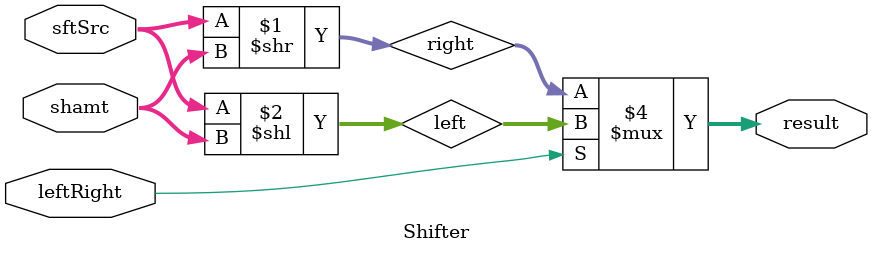
<source format=v>
module Shifter( result, leftRight, shamt, sftSrc  );
    
  output wire[31:0] result;

  input wire leftRight;
  input wire[4:0] shamt;
  input wire[31:0] sftSrc ;
  
  /*your code here*/ 
wire [31:0]right,left;
wire counter;
assign right = sftSrc>>shamt;
assign left = sftSrc<<shamt;
assign result = (leftRight == 1)? left:right;
endmodule
</source>
